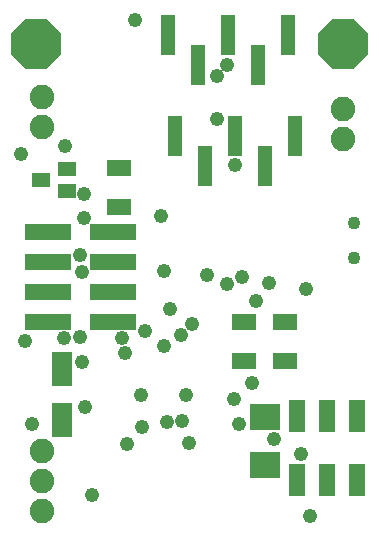
<source format=gbs>
G75*
%MOIN*%
%OFA0B0*%
%FSLAX25Y25*%
%IPPOS*%
%LPD*%
%AMOC8*
5,1,8,0,0,1.08239X$1,22.5*
%
%ADD10R,0.08300X0.05800*%
%ADD11R,0.10249X0.08674*%
%ADD12R,0.05800X0.10800*%
%ADD13C,0.08200*%
%ADD14R,0.06312X0.04737*%
%ADD15R,0.15800X0.05800*%
%ADD16R,0.07099X0.11800*%
%ADD17C,0.04343*%
%ADD18R,0.04800X0.13800*%
%ADD19C,0.04800*%
%ADD20OC8,0.16611*%
D10*
X0094060Y0063768D03*
X0094060Y0076768D03*
X0107840Y0076768D03*
X0107840Y0063768D03*
X0052328Y0115343D03*
X0052328Y0128343D03*
D11*
X0101147Y0045071D03*
X0101147Y0029323D03*
D12*
X0111619Y0024126D03*
X0121619Y0024126D03*
X0131619Y0024126D03*
X0131619Y0045622D03*
X0121619Y0045622D03*
X0111619Y0045622D03*
D13*
X0026737Y0013969D03*
X0026737Y0023969D03*
X0026737Y0033969D03*
X0026737Y0141921D03*
X0026737Y0151921D03*
X0127131Y0147984D03*
X0127131Y0137984D03*
D14*
X0035005Y0127945D03*
X0035005Y0120465D03*
X0026344Y0124205D03*
D15*
X0028706Y0106961D03*
X0028706Y0096961D03*
X0028706Y0086961D03*
X0028706Y0076961D03*
X0050306Y0076961D03*
X0050306Y0086961D03*
X0050306Y0096961D03*
X0050306Y0106961D03*
D16*
X0033430Y0061213D03*
X0033430Y0044307D03*
D17*
X0130675Y0098220D03*
X0130675Y0110031D03*
D18*
X0111265Y0139047D03*
X0101265Y0129047D03*
X0091265Y0139047D03*
X0081265Y0129047D03*
X0071265Y0139047D03*
X0078903Y0162512D03*
X0088903Y0172512D03*
X0098903Y0162512D03*
X0108903Y0172512D03*
X0068903Y0172512D03*
D19*
X0057845Y0177713D03*
X0084958Y0158926D03*
X0088558Y0162526D03*
X0084958Y0144526D03*
X0091258Y0129226D03*
X0066338Y0112239D03*
X0067296Y0093788D03*
X0069320Y0081076D03*
X0076858Y0076126D03*
X0073258Y0072526D03*
X0067352Y0068926D03*
X0061052Y0073820D03*
X0054358Y0066620D03*
X0053458Y0071626D03*
X0039564Y0071739D03*
X0034164Y0071626D03*
X0039958Y0063526D03*
X0041252Y0048732D03*
X0055258Y0036245D03*
X0060039Y0041870D03*
X0068533Y0043445D03*
X0073483Y0043838D03*
X0075677Y0036469D03*
X0074889Y0052726D03*
X0059645Y0052557D03*
X0043559Y0019371D03*
X0023364Y0043051D03*
X0021058Y0070726D03*
X0039958Y0093732D03*
X0039452Y0099132D03*
X0040858Y0111732D03*
X0040858Y0119720D03*
X0034558Y0135526D03*
X0019877Y0132824D03*
X0081639Y0092550D03*
X0088445Y0089683D03*
X0093452Y0092045D03*
X0098064Y0083889D03*
X0102283Y0089794D03*
X0114658Y0087826D03*
X0096883Y0056494D03*
X0090864Y0051320D03*
X0092439Y0043050D03*
X0103955Y0037827D03*
X0113026Y0032926D03*
X0116177Y0012226D03*
D20*
X0127131Y0169480D03*
X0024769Y0169480D03*
M02*

</source>
